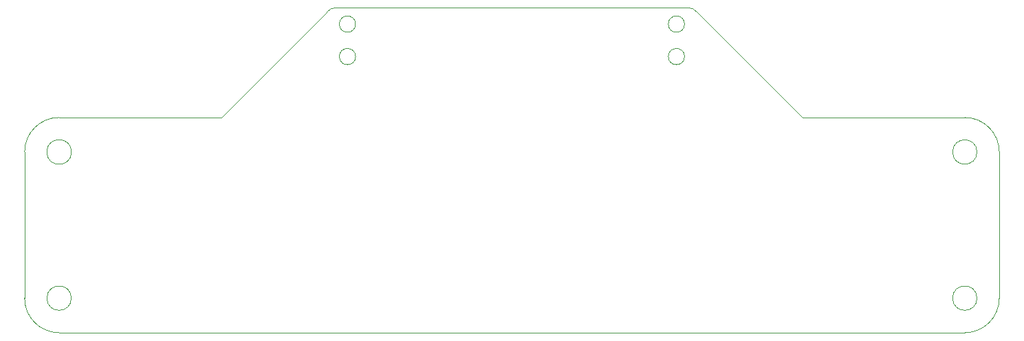
<source format=gbr>
%TF.GenerationSoftware,KiCad,Pcbnew,(5.1.7)-1*%
%TF.CreationDate,2021-05-03T22:06:55+02:00*%
%TF.ProjectId,Kaszmir,4b61737a-6d69-4722-9e6b-696361645f70,rev?*%
%TF.SameCoordinates,Original*%
%TF.FileFunction,Profile,NP*%
%FSLAX46Y46*%
G04 Gerber Fmt 4.6, Leading zero omitted, Abs format (unit mm)*
G04 Created by KiCad (PCBNEW (5.1.7)-1) date 2021-05-03 22:06:55*
%MOMM*%
%LPD*%
G01*
G04 APERTURE LIST*
%TA.AperFunction,Profile*%
%ADD10C,0.050000*%
%TD*%
G04 APERTURE END LIST*
D10*
X73250000Y-124750000D02*
G75*
G02*
X74250000Y-124250000I1000000J-750000D01*
G01*
X117749999Y-124250001D02*
G75*
G02*
X118749999Y-124750000I1J-1249999D01*
G01*
X153250000Y-142000000D02*
G75*
G03*
X153250000Y-142000000I-1500000J0D01*
G01*
X153250000Y-160000000D02*
G75*
G03*
X153250000Y-160000000I-1500000J0D01*
G01*
X41750000Y-160000000D02*
G75*
G03*
X41750000Y-160000000I-1500000J0D01*
G01*
X41770691Y-142000000D02*
G75*
G03*
X41770691Y-142000000I-1520691J0D01*
G01*
X117250000Y-130250000D02*
G75*
G03*
X117250000Y-130250000I-1000000J0D01*
G01*
X117250000Y-126250000D02*
G75*
G03*
X117250000Y-126250000I-1000000J0D01*
G01*
X76750000Y-130250000D02*
G75*
G03*
X76750000Y-130250000I-1000000J0D01*
G01*
X76750000Y-126250000D02*
G75*
G03*
X76750000Y-126250000I-1000000J0D01*
G01*
X156000000Y-160000000D02*
G75*
G02*
X151750000Y-164250000I-4250000J0D01*
G01*
X131750000Y-137750000D02*
X118749999Y-124750000D01*
X151750000Y-137750000D02*
X131750000Y-137750000D01*
X60250000Y-137750000D02*
X73250000Y-124750000D01*
X40250000Y-137750000D02*
X60250000Y-137750000D01*
X151750000Y-137750000D02*
G75*
G02*
X156000000Y-142000000I0J-4250000D01*
G01*
X36000000Y-142000000D02*
G75*
G02*
X40250000Y-137750000I4250000J0D01*
G01*
X40250000Y-164250000D02*
G75*
G02*
X36000000Y-160000000I0J4250000D01*
G01*
X151750000Y-164250000D02*
X40250000Y-164250000D01*
X156000000Y-142000000D02*
X156000000Y-160000000D01*
X74250000Y-124250000D02*
X117749999Y-124250001D01*
X36000000Y-160000000D02*
X36000000Y-142000000D01*
M02*

</source>
